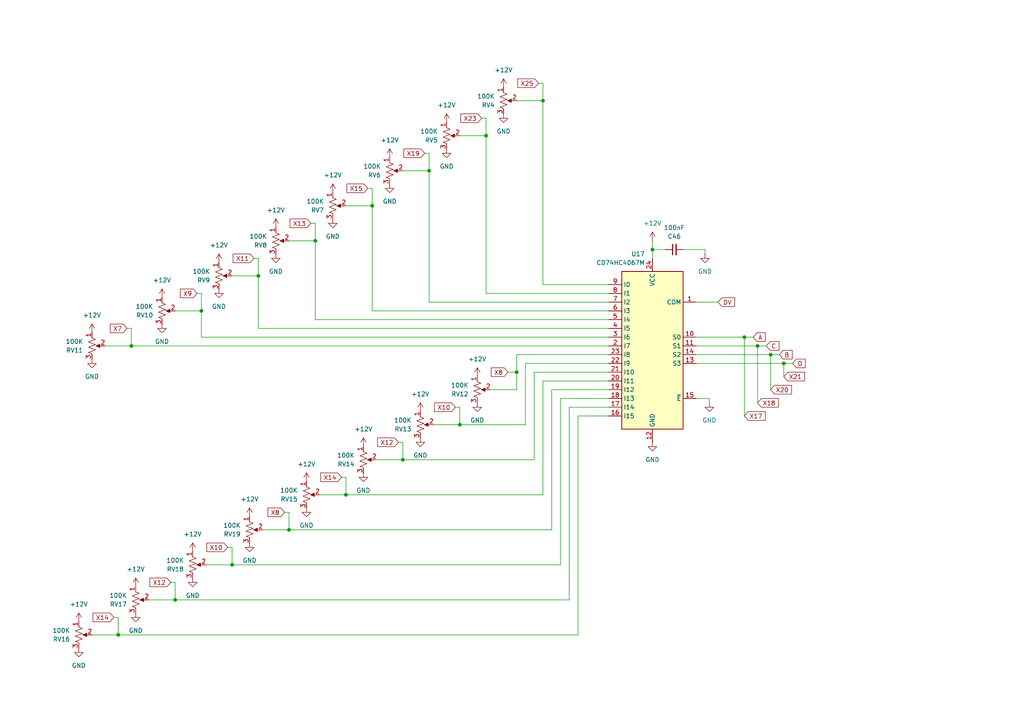
<source format=kicad_sch>
(kicad_sch (version 20231120) (generator "eeschema") (generator_version "8.0")
  (paper "A4")
  (lib_symbols
    (symbol "74xx:CD74HC4067M"
      (property "Reference" "U" (at -8.89 22.86 0))
      (property "Value" "CD74HC4067M" (at 1.27 22.86 0))
      (symbol "CD74HC4067M_0_1"
        (rectangle (start -8.89 21.59) (end 8.89 -24.13) (stroke (width 0.254)) (fill (type background)))
      )
      (symbol "CD74HC4067M_1_1"
        (pin passive line (at -12.7 12.7 0) (length 3.81) (name "COM") (number "1"))
        (pin input line (at -12.7 2.54 0) (length 3.81) (name "S0") (number "10"))
        (pin input line (at -12.7 0 0) (length 3.81) (name "S1") (number "11"))
        (pin power_in line (at 0 -27.94 90) (length 3.81) (name "GND") (number "12"))
        (pin input line (at -12.7 -5.08 0) (length 3.81) (name "S3") (number "13"))
        (pin input line (at -12.7 -2.54 0) (length 3.81) (name "S2") (number "14"))
        (pin input line (at -12.7 -15.24 0) (length 3.81) (name "~{E}") (number "15"))
        (pin passive line (at 12.7 -20.32 180) (length 3.81) (name "I15") (number "16"))
        (pin passive line (at 12.7 -17.78 180) (length 3.81) (name "I14") (number "17"))
        (pin passive line (at 12.7 -15.24 180) (length 3.81) (name "I13") (number "18"))
        (pin passive line (at 12.7 -12.7 180) (length 3.81) (name "I12") (number "19"))
        (pin passive line (at 12.7 0 180) (length 3.81) (name "I7") (number "2"))
        (pin passive line (at 12.7 -10.16 180) (length 3.81) (name "I11") (number "20"))
        (pin passive line (at 12.7 -7.62 180) (length 3.81) (name "I10") (number "21"))
        (pin passive line (at 12.7 -5.08 180) (length 3.81) (name "I9") (number "22"))
        (pin passive line (at 12.7 -2.54 180) (length 3.81) (name "I8") (number "23"))
        (pin power_in line (at 0 25.4 270) (length 3.81) (name "VCC") (number "24"))
        (pin passive line (at 12.7 2.54 180) (length 3.81) (name "I6") (number "3"))
        (pin passive line (at 12.7 5.08 180) (length 3.81) (name "I5") (number "4"))
        (pin passive line (at 12.7 7.62 180) (length 3.81) (name "I4") (number "5"))
        (pin passive line (at 12.7 10.16 180) (length 3.81) (name "I3") (number "6"))
        (pin passive line (at 12.7 12.7 180) (length 3.81) (name "I2") (number "7"))
        (pin passive line (at 12.7 15.24 180) (length 3.81) (name "I1") (number "8"))
        (pin passive line (at 12.7 17.78 180) (length 3.81) (name "I0") (number "9"))
      )
    )
    (symbol "Device:C_Small" (pin_numbers hide) (pin_names (offset 0.254) hide)
      (property "Reference" "C" (at 0.254 1.778 0))
      (property "Value" "C_Small" (at 0.254 -2.032 0))
      (symbol "C_Small_0_1"
        (polyline (pts (xy -1.524 -0.508) (xy 1.524 -0.508)) (stroke (width 0.3302)))
        (polyline (pts (xy -1.524 0.508) (xy 1.524 0.508)) (stroke (width 0.3048)))
      )
      (symbol "C_Small_1_1"
        (pin passive line (at 0 2.54 270) (length 2.032) (name "~") (number "1"))
        (pin passive line (at 0 -2.54 90) (length 2.032) (name "~") (number "2"))
      )
    )
    (symbol "Device:R_Potentiometer_US" (pin_names (offset 1.016) hide)
      (property "Reference" "RV" (at -4.445 0 90))
      (property "Value" "R_Potentiometer_US" (at -2.54 0 90))
      (symbol "R_Potentiometer_US_0_1"
        (polyline (pts (xy 0 -2.286) (xy 0 -2.54)))
        (polyline (pts (xy 0 2.54) (xy 0 2.286)))
        (polyline (pts (xy 2.54 0) (xy 1.524 0)))
        (polyline (pts (xy 1.143 0) (xy 2.286 0.508) (xy 2.286 -0.508) (xy 1.143 0)) (fill (type outline)))
        (polyline (pts (xy 0 -0.762) (xy 1.016 -1.143) (xy 0 -1.524) (xy -1.016 -1.905) (xy 0 -2.286)))
        (polyline (pts (xy 0 0.762) (xy 1.016 0.381) (xy 0 0) (xy -1.016 -0.381) (xy 0 -0.762)))
        (polyline (pts (xy 0 2.286) (xy 1.016 1.905) (xy 0 1.524) (xy -1.016 1.143) (xy 0 0.762)))
      )
      (symbol "R_Potentiometer_US_1_1"
        (pin passive line (at 0 3.81 270) (length 1.27) (name "1") (number "1"))
        (pin passive line (at 3.81 0 180) (length 1.27) (name "2") (number "2"))
        (pin passive line (at 0 -3.81 90) (length 1.27) (name "3") (number "3"))
      )
    )
    (symbol "power:+12V" (power) (pin_numbers hide) (pin_names (offset 0) hide)
      (property "Value" "+12V" (at 0 3.556 0))
      (symbol "+12V_0_1"
        (polyline (pts (xy -0.762 1.27) (xy 0 2.54)))
        (polyline (pts (xy 0 0) (xy 0 2.54)))
        (polyline (pts (xy 0 2.54) (xy 0.762 1.27)))
      )
      (symbol "+12V_1_1"
        (pin power_in line (at 0 0 90) (length 0) (name "~") (number "1"))
      )
    )
    (symbol "power:GND" (power) (pin_numbers hide) (pin_names (offset 0) hide)
      (property "Value" "GND" (at 0 -3.81 0))
      (symbol "GND_0_1"
        (polyline (pts (xy 0 0) (xy 0 -1.27) (xy 1.27 -1.27) (xy 0 -2.54) (xy -1.27 -1.27) (xy 0 -1.27)))
      )
      (symbol "GND_1_1"
        (pin power_in line (at 0 0 270) (length 0) (name "~") (number "1"))
      )
    )
  )
  (junction (at 223.52 102.87))
  (junction (at 133.35 123.19))
  (junction (at 189.23 72.39))
  (junction (at 38.1 100.33))
  (junction (at 67.31 163.83))
  (junction (at 34.29 184.15))
  (junction (at 50.8 173.99))
  (junction (at 107.95 59.69))
  (junction (at 83.82 153.67))
  (junction (at 227.33 105.41))
  (junction (at 116.84 133.35))
  (junction (at 100.33 143.51))
  (junction (at 215.9 97.79))
  (junction (at 91.44 69.85))
  (junction (at 124.46 49.53))
  (junction (at 149.86 107.95))
  (junction (at 157.48 29.21))
  (junction (at 74.93 80.01))
  (junction (at 219.71 100.33))
  (junction (at 58.42 90.17))
  (junction (at 140.97 39.37))
  (wire (pts (xy 154.94 133.35) (xy 116.84 133.35)))
  (wire (pts (xy 201.93 115.57) (xy 205.74 115.57)))
  (wire (pts (xy 50.8 90.17) (xy 58.42 90.17)))
  (wire (pts (xy 58.42 85.09) (xy 58.42 90.17)))
  (wire (pts (xy 100.33 59.69) (xy 107.95 59.69)))
  (wire (pts (xy 34.29 184.15) (xy 34.29 179.07)))
  (wire (pts (xy 176.53 120.65) (xy 167.64 120.65)))
  (wire (pts (xy 157.48 29.21) (xy 157.48 24.13)))
  (wire (pts (xy 223.52 102.87) (xy 226.06 102.87)))
  (wire (pts (xy 176.53 95.25) (xy 74.93 95.25)))
  (wire (pts (xy 205.74 115.57) (xy 205.74 116.84)))
  (wire (pts (xy 124.46 49.53) (xy 124.46 44.45)))
  (wire (pts (xy 91.44 69.85) (xy 91.44 64.77)))
  (wire (pts (xy 116.84 133.35) (xy 116.84 128.27)))
  (wire (pts (xy 157.48 24.13) (xy 156.21 24.13)))
  (wire (pts (xy 34.29 179.07) (xy 33.02 179.07)))
  (wire (pts (xy 176.53 115.57) (xy 162.56 115.57)))
  (wire (pts (xy 176.53 102.87) (xy 149.86 102.87)))
  (wire (pts (xy 59.69 163.83) (xy 67.31 163.83)))
  (wire (pts (xy 219.71 100.33) (xy 219.71 116.84)))
  (wire (pts (xy 133.35 123.19) (xy 133.35 118.11)))
  (wire (pts (xy 149.86 102.87) (xy 149.86 107.95)))
  (wire (pts (xy 227.33 105.41) (xy 227.33 109.22)))
  (wire (pts (xy 201.93 102.87) (xy 223.52 102.87)))
  (wire (pts (xy 215.9 97.79) (xy 215.9 120.65)))
  (wire (pts (xy 107.95 59.69) (xy 107.95 54.61)))
  (wire (pts (xy 124.46 44.45) (xy 123.19 44.45)))
  (wire (pts (xy 176.53 107.95) (xy 154.94 107.95)))
  (wire (pts (xy 50.8 173.99) (xy 50.8 168.91)))
  (wire (pts (xy 162.56 163.83) (xy 67.31 163.83)))
  (wire (pts (xy 204.47 72.39) (xy 204.47 73.66)))
  (wire (pts (xy 140.97 34.29) (xy 139.7 34.29)))
  (wire (pts (xy 107.95 54.61) (xy 106.68 54.61)))
  (wire (pts (xy 116.84 49.53) (xy 124.46 49.53)))
  (wire (pts (xy 176.53 90.17) (xy 107.95 90.17)))
  (wire (pts (xy 176.53 105.41) (xy 152.4 105.41)))
  (wire (pts (xy 38.1 95.25) (xy 38.1 100.33)))
  (wire (pts (xy 124.46 87.63) (xy 124.46 49.53)))
  (wire (pts (xy 157.48 143.51) (xy 100.33 143.51)))
  (wire (pts (xy 140.97 39.37) (xy 140.97 34.29)))
  (wire (pts (xy 176.53 85.09) (xy 140.97 85.09)))
  (wire (pts (xy 92.71 143.51) (xy 100.33 143.51)))
  (wire (pts (xy 43.18 173.99) (xy 50.8 173.99)))
  (wire (pts (xy 227.33 105.41) (xy 229.87 105.41)))
  (wire (pts (xy 176.53 82.55) (xy 157.48 82.55)))
  (wire (pts (xy 149.86 107.95) (xy 147.32 107.95)))
  (wire (pts (xy 165.1 173.99) (xy 50.8 173.99)))
  (wire (pts (xy 149.86 29.21) (xy 157.48 29.21)))
  (wire (pts (xy 74.93 80.01) (xy 74.93 74.93)))
  (wire (pts (xy 219.71 100.33) (xy 222.25 100.33)))
  (wire (pts (xy 152.4 123.19) (xy 133.35 123.19)))
  (wire (pts (xy 26.67 184.15) (xy 34.29 184.15)))
  (wire (pts (xy 83.82 69.85) (xy 91.44 69.85)))
  (wire (pts (xy 142.24 113.03) (xy 149.86 113.03)))
  (wire (pts (xy 67.31 158.75) (xy 66.04 158.75)))
  (wire (pts (xy 58.42 90.17) (xy 58.42 97.79)))
  (wire (pts (xy 100.33 138.43) (xy 99.06 138.43)))
  (wire (pts (xy 176.53 100.33) (xy 38.1 100.33)))
  (wire (pts (xy 34.29 184.15) (xy 167.64 184.15)))
  (wire (pts (xy 91.44 92.71) (xy 91.44 69.85)))
  (wire (pts (xy 133.35 118.11) (xy 132.08 118.11)))
  (wire (pts (xy 167.64 120.65) (xy 167.64 184.15)))
  (wire (pts (xy 133.35 39.37) (xy 140.97 39.37)))
  (wire (pts (xy 160.02 113.03) (xy 160.02 153.67)))
  (wire (pts (xy 176.53 97.79) (xy 58.42 97.79)))
  (wire (pts (xy 74.93 95.25) (xy 74.93 80.01)))
  (wire (pts (xy 162.56 115.57) (xy 162.56 163.83)))
  (wire (pts (xy 198.12 72.39) (xy 204.47 72.39)))
  (wire (pts (xy 67.31 163.83) (xy 67.31 158.75)))
  (wire (pts (xy 76.2 153.67) (xy 83.82 153.67)))
  (wire (pts (xy 149.86 107.95) (xy 149.86 113.03)))
  (wire (pts (xy 67.31 80.01) (xy 74.93 80.01)))
  (wire (pts (xy 160.02 153.67) (xy 83.82 153.67)))
  (wire (pts (xy 201.93 100.33) (xy 219.71 100.33)))
  (wire (pts (xy 50.8 168.91) (xy 49.53 168.91)))
  (wire (pts (xy 165.1 118.11) (xy 165.1 173.99)))
  (wire (pts (xy 176.53 110.49) (xy 157.48 110.49)))
  (wire (pts (xy 189.23 72.39) (xy 193.04 72.39)))
  (wire (pts (xy 109.22 133.35) (xy 116.84 133.35)))
  (wire (pts (xy 74.93 74.93) (xy 73.66 74.93)))
  (wire (pts (xy 201.93 105.41) (xy 227.33 105.41)))
  (wire (pts (xy 176.53 92.71) (xy 91.44 92.71)))
  (wire (pts (xy 30.48 100.33) (xy 38.1 100.33)))
  (wire (pts (xy 176.53 118.11) (xy 165.1 118.11)))
  (wire (pts (xy 189.23 69.85) (xy 189.23 72.39)))
  (wire (pts (xy 58.42 85.09) (xy 57.15 85.09)))
  (wire (pts (xy 91.44 64.77) (xy 90.17 64.77)))
  (wire (pts (xy 116.84 128.27) (xy 115.57 128.27)))
  (wire (pts (xy 152.4 105.41) (xy 152.4 123.19)))
  (wire (pts (xy 140.97 85.09) (xy 140.97 39.37)))
  (wire (pts (xy 176.53 87.63) (xy 124.46 87.63)))
  (wire (pts (xy 38.1 95.25) (xy 36.83 95.25)))
  (wire (pts (xy 83.82 153.67) (xy 83.82 148.59)))
  (wire (pts (xy 157.48 82.55) (xy 157.48 29.21)))
  (wire (pts (xy 125.73 123.19) (xy 133.35 123.19)))
  (wire (pts (xy 157.48 110.49) (xy 157.48 143.51)))
  (wire (pts (xy 107.95 90.17) (xy 107.95 59.69)))
  (wire (pts (xy 83.82 148.59) (xy 82.55 148.59)))
  (wire (pts (xy 176.53 113.03) (xy 160.02 113.03)))
  (wire (pts (xy 100.33 143.51) (xy 100.33 138.43)))
  (wire (pts (xy 201.93 87.63) (xy 208.28 87.63)))
  (wire (pts (xy 189.23 72.39) (xy 189.23 74.93)))
  (wire (pts (xy 223.52 102.87) (xy 223.52 113.03)))
  (wire (pts (xy 201.93 97.79) (xy 215.9 97.79)))
  (wire (pts (xy 215.9 97.79) (xy 218.44 97.79)))
  (wire (pts (xy 154.94 107.95) (xy 154.94 133.35)))
  (global_label "X11" (shape input) (at 73.66 74.93 180) (property "Intersheetrefs" "${INTERSHEET_REFS}" (effects (hide yes))))
  (global_label "C" (shape input) (at 222.25 100.33 0) (property "Intersheetrefs" "${INTERSHEET_REFS}" (effects (hide yes))))
  (global_label "X12" (shape input) (at 49.53 168.91 180) (property "Intersheetrefs" "${INTERSHEET_REFS}" (effects (hide yes))))
  (global_label "X21" (shape input) (at 227.33 109.22 0) (property "Intersheetrefs" "${INTERSHEET_REFS}" (effects (hide yes))))
  (global_label "X7" (shape input) (at 36.83 95.25 180) (property "Intersheetrefs" "${INTERSHEET_REFS}" (effects (hide yes))))
  (global_label "X18" (shape input) (at 219.71 116.84 0) (property "Intersheetrefs" "${INTERSHEET_REFS}" (effects (hide yes))))
  (global_label "X8" (shape input) (at 147.32 107.95 180) (property "Intersheetrefs" "${INTERSHEET_REFS}" (effects (hide yes))))
  (global_label "X14" (shape input) (at 33.02 179.07 180) (property "Intersheetrefs" "${INTERSHEET_REFS}" (effects (hide yes))))
  (global_label "X12" (shape input) (at 115.57 128.27 180) (property "Intersheetrefs" "${INTERSHEET_REFS}" (effects (hide yes))))
  (global_label "X9" (shape input) (at 57.15 85.09 180) (property "Intersheetrefs" "${INTERSHEET_REFS}" (effects (hide yes))))
  (global_label "D" (shape input) (at 229.87 105.41 0) (property "Intersheetrefs" "${INTERSHEET_REFS}" (effects (hide yes))))
  (global_label "X10" (shape input) (at 66.04 158.75 180) (property "Intersheetrefs" "${INTERSHEET_REFS}" (effects (hide yes))))
  (global_label "X23" (shape input) (at 139.7 34.29 180) (property "Intersheetrefs" "${INTERSHEET_REFS}" (effects (hide yes))))
  (global_label "X20" (shape input) (at 223.52 113.03 0) (property "Intersheetrefs" "${INTERSHEET_REFS}" (effects (hide yes))))
  (global_label "X15" (shape input) (at 106.68 54.61 180) (property "Intersheetrefs" "${INTERSHEET_REFS}" (effects (hide yes))))
  (global_label "X19" (shape input) (at 123.19 44.45 180) (property "Intersheetrefs" "${INTERSHEET_REFS}" (effects (hide yes))))
  (global_label "X17" (shape input) (at 215.9 120.65 0) (property "Intersheetrefs" "${INTERSHEET_REFS}" (effects (hide yes))))
  (global_label "DV" (shape input) (at 208.28 87.63 0) (property "Intersheetrefs" "${INTERSHEET_REFS}" (effects (hide yes))))
  (global_label "X14" (shape input) (at 99.06 138.43 180) (property "Intersheetrefs" "${INTERSHEET_REFS}" (effects (hide yes))))
  (global_label "X8" (shape input) (at 82.55 148.59 180) (property "Intersheetrefs" "${INTERSHEET_REFS}" (effects (hide yes))))
  (global_label "X10" (shape input) (at 132.08 118.11 180) (property "Intersheetrefs" "${INTERSHEET_REFS}" (effects (hide yes))))
  (global_label "B" (shape input) (at 226.06 102.87 0) (property "Intersheetrefs" "${INTERSHEET_REFS}" (effects (hide yes))))
  (global_label "X13" (shape input) (at 90.17 64.77 180) (property "Intersheetrefs" "${INTERSHEET_REFS}" (effects (hide yes))))
  (global_label "A" (shape input) (at 218.44 97.79 0) (property "Intersheetrefs" "${INTERSHEET_REFS}" (effects (hide yes))))
  (global_label "X25" (shape input) (at 156.21 24.13 180) (property "Intersheetrefs" "${INTERSHEET_REFS}" (effects (hide yes))))
  (symbol (lib_id "Device:R_Potentiometer_US") (at 121.92 123.19 0) (unit 1)
    (property "Reference" "RV13" (at 119.38 124.4601 0) (effects (justify right)))
    (property "Value" "100K" (at 119.38 121.9201 0) (effects (justify right)))
    (property "Description" "Potentiometer, US symbol" (effects (hide yes)))
  )
  (symbol (lib_id "Device:R_Potentiometer_US") (at 22.86 184.15 0) (unit 1)
    (property "Reference" "RV16" (at 20.32 185.4201 0) (effects (justify right)))
    (property "Value" "100K" (at 20.32 182.8801 0) (effects (justify right)))
    (property "Description" "Potentiometer, US symbol" (effects (hide yes)))
  )
  (symbol (lib_id "Device:R_Potentiometer_US") (at 63.5 80.01 0) (unit 1)
    (property "Reference" "RV9" (at 60.96 81.2801 0) (effects (justify right)))
    (property "Value" "100K" (at 60.96 78.7401 0) (effects (justify right)))
    (property "Description" "Potentiometer, US symbol" (effects (hide yes)))
  )
  (symbol (lib_id "power:+12V") (at 46.99 86.36 0) (mirror y) (unit 1)
    (property "Reference" "#PWR0122" (effects (hide yes)))
    (property "Value" "+12V" (at 46.99 81.28 0))
    (property "Description" "Power symbol creates a global label with name \"+12V\"" (effects (hide yes)))
  )
  (symbol (lib_id "power:GND") (at 138.43 116.84 0) (mirror y) (unit 1)
    (property "Reference" "#PWR0127" (effects (hide yes)))
    (property "Value" "GND" (at 138.43 121.92 0))
    (property "Description" "Power symbol creates a global label with name \"GND\" , ground" (effects (hide yes)))
  )
  (symbol (lib_id "Device:R_Potentiometer_US") (at 105.41 133.35 0) (unit 1)
    (property "Reference" "RV14" (at 102.87 134.6201 0) (effects (justify right)))
    (property "Value" "100K" (at 102.87 132.0801 0) (effects (justify right)))
    (property "Description" "Potentiometer, US symbol" (effects (hide yes)))
  )
  (symbol (lib_id "power:GND") (at 72.39 157.48 0) (mirror y) (unit 1)
    (property "Reference" "#PWR0141" (effects (hide yes)))
    (property "Value" "GND" (at 72.39 162.56 0))
    (property "Description" "Power symbol creates a global label with name \"GND\" , ground" (effects (hide yes)))
  )
  (symbol (lib_id "Device:R_Potentiometer_US") (at 39.37 173.99 0) (unit 1)
    (property "Reference" "RV17" (at 36.83 175.2601 0) (effects (justify right)))
    (property "Value" "100K" (at 36.83 172.7201 0) (effects (justify right)))
    (property "Description" "Potentiometer, US symbol" (effects (hide yes)))
  )
  (symbol (lib_id "Device:R_Potentiometer_US") (at 138.43 113.03 0) (unit 1)
    (property "Reference" "RV12" (at 135.89 114.3001 0) (effects (justify right)))
    (property "Value" "100K" (at 135.89 111.7601 0) (effects (justify right)))
    (property "Description" "Potentiometer, US symbol" (effects (hide yes)))
  )
  (symbol (lib_id "power:+12V") (at 22.86 180.34 0) (mirror y) (unit 1)
    (property "Reference" "#PWR0134" (effects (hide yes)))
    (property "Value" "+12V" (at 22.86 175.26 0))
    (property "Description" "Power symbol creates a global label with name \"+12V\"" (effects (hide yes)))
  )
  (symbol (lib_id "power:+12V") (at 189.23 69.85 0) (mirror y) (unit 1)
    (property "Reference" "#PWR0142" (effects (hide yes)))
    (property "Value" "+12V" (at 189.23 64.77 0))
    (property "Description" "Power symbol creates a global label with name \"+12V\"" (effects (hide yes)))
  )
  (symbol (lib_id "power:GND") (at 46.99 93.98 0) (mirror y) (unit 1)
    (property "Reference" "#PWR0123" (effects (hide yes)))
    (property "Value" "GND" (at 46.99 99.06 0))
    (property "Description" "Power symbol creates a global label with name \"GND\" , ground" (effects (hide yes)))
  )
  (symbol (lib_id "power:+12V") (at 72.39 149.86 0) (mirror y) (unit 1)
    (property "Reference" "#PWR0140" (effects (hide yes)))
    (property "Value" "+12V" (at 72.39 144.78 0))
    (property "Description" "Power symbol creates a global label with name \"+12V\"" (effects (hide yes)))
  )
  (symbol (lib_id "power:+12V") (at 121.92 119.38 0) (mirror y) (unit 1)
    (property "Reference" "#PWR0128" (effects (hide yes)))
    (property "Value" "+12V" (at 121.92 114.3 0))
    (property "Description" "Power symbol creates a global label with name \"+12V\"" (effects (hide yes)))
  )
  (symbol (lib_id "power:GND") (at 204.47 73.66 0) (mirror y) (unit 1)
    (property "Reference" "#PWR0143" (effects (hide yes)))
    (property "Value" "GND" (at 204.47 78.74 0))
    (property "Description" "Power symbol creates a global label with name \"GND\" , ground" (effects (hide yes)))
  )
  (symbol (lib_id "power:+12V") (at 55.88 160.02 0) (mirror y) (unit 1)
    (property "Reference" "#PWR0138" (effects (hide yes)))
    (property "Value" "+12V" (at 55.88 154.94 0))
    (property "Description" "Power symbol creates a global label with name \"+12V\"" (effects (hide yes)))
  )
  (symbol (lib_id "Device:R_Potentiometer_US") (at 80.01 69.85 0) (unit 1)
    (property "Reference" "RV8" (at 77.47 71.1201 0) (effects (justify right)))
    (property "Value" "100K" (at 77.47 68.5801 0) (effects (justify right)))
    (property "Description" "Potentiometer, US symbol" (effects (hide yes)))
  )
  (symbol (lib_id "power:+12V") (at 39.37 170.18 0) (mirror y) (unit 1)
    (property "Reference" "#PWR0136" (effects (hide yes)))
    (property "Value" "+12V" (at 39.37 165.1 0))
    (property "Description" "Power symbol creates a global label with name \"+12V\"" (effects (hide yes)))
  )
  (symbol (lib_id "power:GND") (at 55.88 167.64 0) (mirror y) (unit 1)
    (property "Reference" "#PWR0139" (effects (hide yes)))
    (property "Value" "GND" (at 55.88 172.72 0))
    (property "Description" "Power symbol creates a global label with name \"GND\" , ground" (effects (hide yes)))
  )
  (symbol (lib_id "power:GND") (at 88.9 147.32 0) (mirror y) (unit 1)
    (property "Reference" "#PWR0133" (effects (hide yes)))
    (property "Value" "GND" (at 88.9 152.4 0))
    (property "Description" "Power symbol creates a global label with name \"GND\" , ground" (effects (hide yes)))
  )
  (symbol (lib_id "power:+12V") (at 63.5 76.2 0) (mirror y) (unit 1)
    (property "Reference" "#PWR0120" (effects (hide yes)))
    (property "Value" "+12V" (at 63.5 71.12 0))
    (property "Description" "Power symbol creates a global label with name \"+12V\"" (effects (hide yes)))
  )
  (symbol (lib_id "power:GND") (at 105.41 137.16 0) (mirror y) (unit 1)
    (property "Reference" "#PWR0131" (effects (hide yes)))
    (property "Value" "GND" (at 105.41 142.24 0))
    (property "Description" "Power symbol creates a global label with name \"GND\" , ground" (effects (hide yes)))
  )
  (symbol (lib_id "74xx:CD74HC4067M") (at 189.23 100.33 0) (mirror y) (unit 1)
    (property "Reference" "U17" (at 187.0359 73.66 0) (effects (justify left)))
    (property "Value" "CD74HC4067M" (at 187.0359 76.2 0) (effects (justify left)))
    (property "Footprint" "Package_SO:SOIC-24W_7.5x15.4mm_P1.27mm" (effects (hide yes)))
    (property "Datasheet" "http://www.ti.com/lit/ds/symlink/cd74hc4067.pdf" (effects (hide yes)))
    (property "Description" "High-Speed CMOS Logic 16-Channel Analog Multiplexer/Demultiplexer, SOIC-24" (effects (hide yes)))
  )
  (symbol (lib_id "Device:R_Potentiometer_US") (at 96.52 59.69 0) (unit 1)
    (property "Reference" "RV7" (at 93.98 60.9601 0) (effects (justify right)))
    (property "Value" "100K" (at 93.98 58.4201 0) (effects (justify right)))
    (property "Description" "Potentiometer, US symbol" (effects (hide yes)))
  )
  (symbol (lib_id "power:GND") (at 189.23 128.27 0) (mirror y) (unit 1)
    (property "Reference" "#PWR0144" (effects (hide yes)))
    (property "Value" "GND" (at 189.23 133.35 0))
    (property "Description" "Power symbol creates a global label with name \"GND\" , ground" (effects (hide yes)))
  )
  (symbol (lib_id "power:GND") (at 113.03 53.34 0) (mirror y) (unit 1)
    (property "Reference" "#PWR0115" (effects (hide yes)))
    (property "Value" "GND" (at 113.03 58.42 0))
    (property "Description" "Power symbol creates a global label with name \"GND\" , ground" (effects (hide yes)))
  )
  (symbol (lib_id "power:GND") (at 26.67 104.14 0) (mirror y) (unit 1)
    (property "Reference" "#PWR0125" (effects (hide yes)))
    (property "Value" "GND" (at 26.67 109.22 0))
    (property "Description" "Power symbol creates a global label with name \"GND\" , ground" (effects (hide yes)))
  )
  (symbol (lib_id "power:+12V") (at 80.01 66.04 0) (mirror y) (unit 1)
    (property "Reference" "#PWR0118" (effects (hide yes)))
    (property "Value" "+12V" (at 80.01 60.96 0))
    (property "Description" "Power symbol creates a global label with name \"+12V\"" (effects (hide yes)))
  )
  (symbol (lib_id "power:GND") (at 63.5 83.82 0) (mirror y) (unit 1)
    (property "Reference" "#PWR0121" (effects (hide yes)))
    (property "Value" "GND" (at 63.5 88.9 0))
    (property "Description" "Power symbol creates a global label with name \"GND\" , ground" (effects (hide yes)))
  )
  (symbol (lib_id "Device:R_Potentiometer_US") (at 88.9 143.51 0) (unit 1)
    (property "Reference" "RV15" (at 86.36 144.7801 0) (effects (justify right)))
    (property "Value" "100K" (at 86.36 142.2401 0) (effects (justify right)))
    (property "Description" "Potentiometer, US symbol" (effects (hide yes)))
  )
  (symbol (lib_id "power:+12V") (at 105.41 129.54 0) (mirror y) (unit 1)
    (property "Reference" "#PWR0130" (effects (hide yes)))
    (property "Value" "+12V" (at 105.41 124.46 0))
    (property "Description" "Power symbol creates a global label with name \"+12V\"" (effects (hide yes)))
  )
  (symbol (lib_id "power:+12V") (at 138.43 109.22 0) (mirror y) (unit 1)
    (property "Reference" "#PWR0126" (effects (hide yes)))
    (property "Value" "+12V" (at 138.43 104.14 0))
    (property "Description" "Power symbol creates a global label with name \"+12V\"" (effects (hide yes)))
  )
  (symbol (lib_id "power:GND") (at 146.05 33.02 0) (mirror y) (unit 1)
    (property "Reference" "#PWR0109" (effects (hide yes)))
    (property "Value" "GND" (at 146.05 38.1 0))
    (property "Description" "Power symbol creates a global label with name \"GND\" , ground" (effects (hide yes)))
  )
  (symbol (lib_id "Device:R_Potentiometer_US") (at 26.67 100.33 0) (unit 1)
    (property "Reference" "RV11" (at 24.13 101.6001 0) (effects (justify right)))
    (property "Value" "100K" (at 24.13 99.0601 0) (effects (justify right)))
    (property "Description" "Potentiometer, US symbol" (effects (hide yes)))
  )
  (symbol (lib_id "Device:R_Potentiometer_US") (at 46.99 90.17 0) (unit 1)
    (property "Reference" "RV10" (at 44.45 91.4401 0) (effects (justify right)))
    (property "Value" "100K" (at 44.45 88.9001 0) (effects (justify right)))
    (property "Description" "Potentiometer, US symbol" (effects (hide yes)))
  )
  (symbol (lib_id "Device:R_Potentiometer_US") (at 146.05 29.21 0) (unit 1)
    (property "Reference" "RV4" (at 143.51 30.4801 0) (effects (justify right)))
    (property "Value" "100K" (at 143.51 27.9401 0) (effects (justify right)))
    (property "Description" "Potentiometer, US symbol" (effects (hide yes)))
  )
  (symbol (lib_id "power:GND") (at 205.74 116.84 0) (mirror y) (unit 1)
    (property "Reference" "#PWR0145" (effects (hide yes)))
    (property "Value" "GND" (at 205.74 121.92 0))
    (property "Description" "Power symbol creates a global label with name \"GND\" , ground" (effects (hide yes)))
  )
  (symbol (lib_id "Device:R_Potentiometer_US") (at 113.03 49.53 0) (unit 1)
    (property "Reference" "RV6" (at 110.49 50.8001 0) (effects (justify right)))
    (property "Value" "100K" (at 110.49 48.2601 0) (effects (justify right)))
    (property "Description" "Potentiometer, US symbol" (effects (hide yes)))
  )
  (symbol (lib_id "power:GND") (at 80.01 73.66 0) (mirror y) (unit 1)
    (property "Reference" "#PWR0119" (effects (hide yes)))
    (property "Value" "GND" (at 80.01 78.74 0))
    (property "Description" "Power symbol creates a global label with name \"GND\" , ground" (effects (hide yes)))
  )
  (symbol (lib_id "power:GND") (at 39.37 177.8 0) (mirror y) (unit 1)
    (property "Reference" "#PWR0137" (effects (hide yes)))
    (property "Value" "GND" (at 39.37 182.88 0))
    (property "Description" "Power symbol creates a global label with name \"GND\" , ground" (effects (hide yes)))
  )
  (symbol (lib_id "power:GND") (at 22.86 187.96 0) (mirror y) (unit 1)
    (property "Reference" "#PWR0135" (effects (hide yes)))
    (property "Value" "GND" (at 22.86 193.04 0))
    (property "Description" "Power symbol creates a global label with name \"GND\" , ground" (effects (hide yes)))
  )
  (symbol (lib_id "power:+12V") (at 88.9 139.7 0) (mirror y) (unit 1)
    (property "Reference" "#PWR0132" (effects (hide yes)))
    (property "Value" "+12V" (at 88.9 134.62 0))
    (property "Description" "Power symbol creates a global label with name \"+12V\"" (effects (hide yes)))
  )
  (symbol (lib_id "Device:C_Small") (at 195.58 72.39 90) (unit 1)
    (property "Reference" "C46" (at 195.5737 68.58 90))
    (property "Value" "100nF" (at 195.5737 66.04 90))
    (property "Footprint" "Capacitor_SMD:C_0805_2012Metric_Pad1.18x1.45mm_HandSolder" (effects (hide yes)))
    (property "Description" "Unpolarized capacitor, small symbol" (effects (hide yes)))
  )
  (symbol (lib_id "Device:R_Potentiometer_US") (at 55.88 163.83 0) (unit 1)
    (property "Reference" "RV18" (at 53.34 165.1001 0) (effects (justify right)))
    (property "Value" "100K" (at 53.34 162.5601 0) (effects (justify right)))
    (property "Description" "Potentiometer, US symbol" (effects (hide yes)))
  )
  (symbol (lib_id "power:GND") (at 96.52 63.5 0) (mirror y) (unit 1)
    (property "Reference" "#PWR0117" (effects (hide yes)))
    (property "Value" "GND" (at 96.52 68.58 0))
    (property "Description" "Power symbol creates a global label with name \"GND\" , ground" (effects (hide yes)))
  )
  (symbol (lib_id "Device:R_Potentiometer_US") (at 129.54 39.37 0) (unit 1)
    (property "Reference" "RV5" (at 127 40.6401 0) (effects (justify right)))
    (property "Value" "100K" (at 127 38.1001 0) (effects (justify right)))
    (property "Description" "Potentiometer, US symbol" (effects (hide yes)))
  )
  (symbol (lib_id "power:+12V") (at 26.67 96.52 0) (mirror y) (unit 1)
    (property "Reference" "#PWR0124" (effects (hide yes)))
    (property "Value" "+12V" (at 26.67 91.44 0))
    (property "Description" "Power symbol creates a global label with name \"+12V\"" (effects (hide yes)))
  )
  (symbol (lib_id "power:GND") (at 121.92 127 0) (mirror y) (unit 1)
    (property "Reference" "#PWR0129" (effects (hide yes)))
    (property "Value" "GND" (at 121.92 132.08 0))
    (property "Description" "Power symbol creates a global label with name \"GND\" , ground" (effects (hide yes)))
  )
  (symbol (lib_id "power:+12V") (at 96.52 55.88 0) (mirror y) (unit 1)
    (property "Reference" "#PWR0116" (effects (hide yes)))
    (property "Value" "+12V" (at 96.52 50.8 0))
    (property "Description" "Power symbol creates a global label with name \"+12V\"" (effects (hide yes)))
  )
  (symbol (lib_id "power:+12V") (at 113.03 45.72 0) (mirror y) (unit 1)
    (property "Reference" "#PWR0114" (effects (hide yes)))
    (property "Value" "+12V" (at 113.03 40.64 0))
    (property "Description" "Power symbol creates a global label with name \"+12V\"" (effects (hide yes)))
  )
  (symbol (lib_id "power:+12V") (at 146.05 25.4 0) (mirror y) (unit 1)
    (property "Reference" "#PWR0111" (effects (hide yes)))
    (property "Value" "+12V" (at 146.05 20.32 0))
    (property "Description" "Power symbol creates a global label with name \"+12V\"" (effects (hide yes)))
  )
  (symbol (lib_id "Device:R_Potentiometer_US") (at 72.39 153.67 0) (unit 1)
    (property "Reference" "RV19" (at 69.85 154.9401 0) (effects (justify right)))
    (property "Value" "100K" (at 69.85 152.4001 0) (effects (justify right)))
    (property "Description" "Potentiometer, US symbol" (effects (hide yes)))
  )
  (symbol (lib_id "power:GND") (at 129.54 43.18 0) (mirror y) (unit 1)
    (property "Reference" "#PWR0113" (effects (hide yes)))
    (property "Value" "GND" (at 129.54 48.26 0))
    (property "Description" "Power symbol creates a global label with name \"GND\" , ground" (effects (hide yes)))
  )
  (symbol (lib_id "power:+12V") (at 129.54 35.56 0) (mirror y) (unit 1)
    (property "Reference" "#PWR0112" (effects (hide yes)))
    (property "Value" "+12V" (at 129.54 30.48 0))
    (property "Description" "Power symbol creates a global label with name \"+12V\"" (effects (hide yes)))
  )
)
</source>
